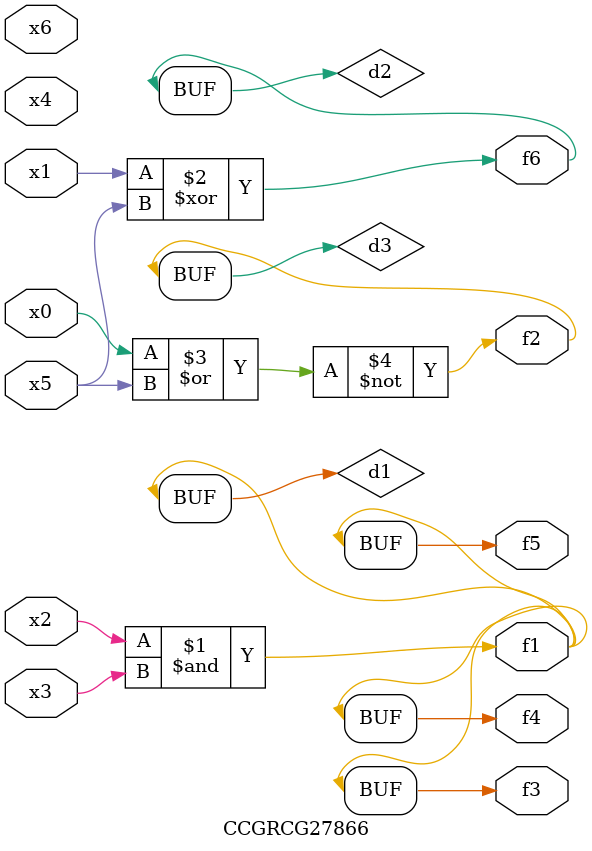
<source format=v>
module CCGRCG27866(
	input x0, x1, x2, x3, x4, x5, x6,
	output f1, f2, f3, f4, f5, f6
);

	wire d1, d2, d3;

	and (d1, x2, x3);
	xor (d2, x1, x5);
	nor (d3, x0, x5);
	assign f1 = d1;
	assign f2 = d3;
	assign f3 = d1;
	assign f4 = d1;
	assign f5 = d1;
	assign f6 = d2;
endmodule

</source>
